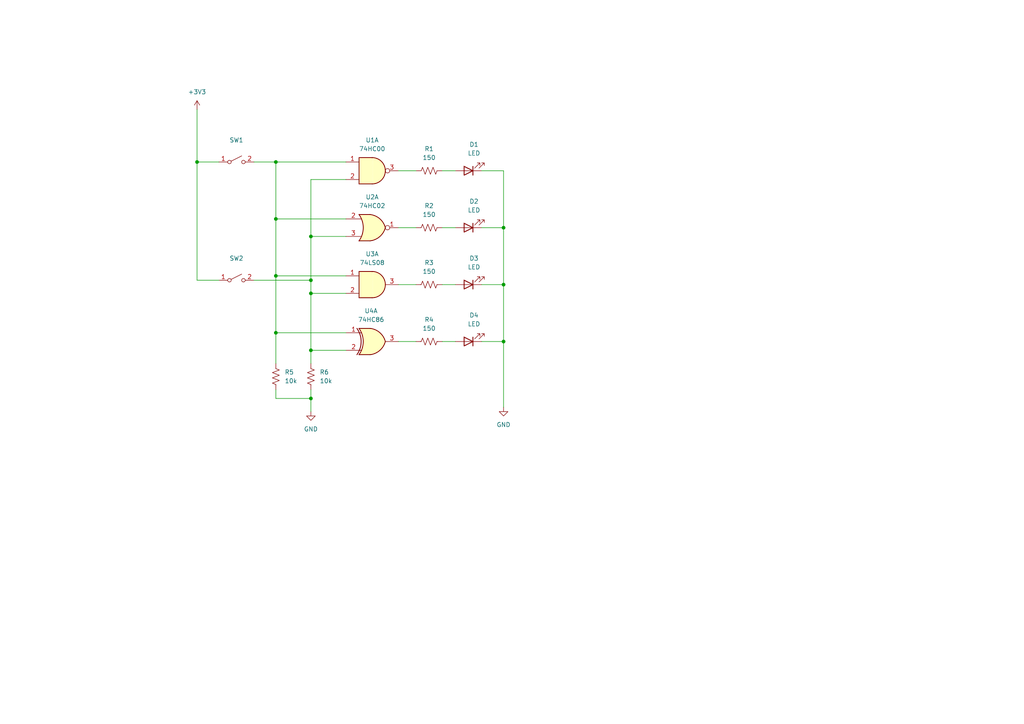
<source format=kicad_sch>
(kicad_sch (version 20211123) (generator eeschema)
  (paper "A4")
  (lib_symbols
    (symbol "74xx:74HC00" (pin_names (offset 1.016))
      (property "Reference" "U" (at 0 1.27 0))
      (property "Value" "74HC00" (at 0 -1.27 0))
      (symbol "74HC00_1_1"
        (arc (start 0 -3.81) (mid 3.81 0) (end 0 3.81) (stroke (width 0.254)) (fill (type background)))
        (polyline (pts (xy 0 3.81) (xy -3.81 3.81) (xy -3.81 -3.81) (xy 0 -3.81)) (stroke (width 0.254)) (fill (type background)))
        (pin input line (at -7.62 2.54 0) (length 3.81) (name "~") (number "1"))
        (pin input line (at -7.62 -2.54 0) (length 3.81) (name "~") (number "2"))
        (pin output inverted (at 7.62 0 180) (length 3.81) (name "~") (number "3"))
      )
      (symbol "74HC00_1_2"
        (arc (start -3.81 -3.81) (mid -2.589 0) (end -3.81 3.81) (stroke (width 0.254)))
        (arc (start -0.6096 -3.81) (mid 2.1855 -2.584) (end 3.81 0) (stroke (width 0.254)) (fill (type background)))
        (polyline (pts (xy -3.81 -3.81) (xy -0.635 -3.81)) (stroke (width 0.254)) (fill (type background)))
        (polyline (pts (xy -3.81 3.81) (xy -0.635 3.81)) (stroke (width 0.254)) (fill (type background)))
        (polyline (pts (xy -0.635 3.81) (xy -3.81 3.81) (xy -3.81 3.81) (xy -3.556 3.4036) (xy -3.0226 2.2606) (xy -2.6924 1.0414) (xy -2.6162 -0.254) (xy -2.7686 -1.4986) (xy -3.175 -2.7178) (xy -3.81 -3.81) (xy -3.81 -3.81) (xy -0.635 -3.81)) (stroke (width -25.4)) (fill (type background)))
        (arc (start 3.81 0) (mid 2.1928 2.5925) (end -0.6096 3.81) (stroke (width 0.254)) (fill (type background)))
        (pin input inverted (at -7.62 2.54 0) (length 4.318) (name "~") (number "1"))
        (pin input inverted (at -7.62 -2.54 0) (length 4.318) (name "~") (number "2"))
        (pin output line (at 7.62 0 180) (length 3.81) (name "~") (number "3"))
      )
      (symbol "74HC00_2_1"
        (arc (start 0 -3.81) (mid 3.81 0) (end 0 3.81) (stroke (width 0.254)) (fill (type background)))
        (polyline (pts (xy 0 3.81) (xy -3.81 3.81) (xy -3.81 -3.81) (xy 0 -3.81)) (stroke (width 0.254)) (fill (type background)))
        (pin input line (at -7.62 2.54 0) (length 3.81) (name "~") (number "4"))
        (pin input line (at -7.62 -2.54 0) (length 3.81) (name "~") (number "5"))
        (pin output inverted (at 7.62 0 180) (length 3.81) (name "~") (number "6"))
      )
      (symbol "74HC00_2_2"
        (arc (start -3.81 -3.81) (mid -2.589 0) (end -3.81 3.81) (stroke (width 0.254)))
        (arc (start -0.6096 -3.81) (mid 2.1855 -2.584) (end 3.81 0) (stroke (width 0.254)) (fill (type background)))
        (polyline (pts (xy -3.81 -3.81) (xy -0.635 -3.81)) (stroke (width 0.254)) (fill (type background)))
        (polyline (pts (xy -3.81 3.81) (xy -0.635 3.81)) (stroke (width 0.254)) (fill (type background)))
        (polyline (pts (xy -0.635 3.81) (xy -3.81 3.81) (xy -3.81 3.81) (xy -3.556 3.4036) (xy -3.0226 2.2606) (xy -2.6924 1.0414) (xy -2.6162 -0.254) (xy -2.7686 -1.4986) (xy -3.175 -2.7178) (xy -3.81 -3.81) (xy -3.81 -3.81) (xy -0.635 -3.81)) (stroke (width -25.4)) (fill (type background)))
        (arc (start 3.81 0) (mid 2.1928 2.5925) (end -0.6096 3.81) (stroke (width 0.254)) (fill (type background)))
        (pin input inverted (at -7.62 2.54 0) (length 4.318) (name "~") (number "4"))
        (pin input inverted (at -7.62 -2.54 0) (length 4.318) (name "~") (number "5"))
        (pin output line (at 7.62 0 180) (length 3.81) (name "~") (number "6"))
      )
      (symbol "74HC00_3_1"
        (arc (start 0 -3.81) (mid 3.81 0) (end 0 3.81) (stroke (width 0.254)) (fill (type background)))
        (polyline (pts (xy 0 3.81) (xy -3.81 3.81) (xy -3.81 -3.81) (xy 0 -3.81)) (stroke (width 0.254)) (fill (type background)))
        (pin input line (at -7.62 -2.54 0) (length 3.81) (name "~") (number "10"))
        (pin output inverted (at 7.62 0 180) (length 3.81) (name "~") (number "8"))
        (pin input line (at -7.62 2.54 0) (length 3.81) (name "~") (number "9"))
      )
      (symbol "74HC00_3_2"
        (arc (start -3.81 -3.81) (mid -2.589 0) (end -3.81 3.81) (stroke (width 0.254)))
        (arc (start -0.6096 -3.81) (mid 2.1855 -2.584) (end 3.81 0) (stroke (width 0.254)) (fill (type background)))
        (polyline (pts (xy -3.81 -3.81) (xy -0.635 -3.81)) (stroke (width 0.254)) (fill (type background)))
        (polyline (pts (xy -3.81 3.81) (xy -0.635 3.81)) (stroke (width 0.254)) (fill (type background)))
        (polyline (pts (xy -0.635 3.81) (xy -3.81 3.81) (xy -3.81 3.81) (xy -3.556 3.4036) (xy -3.0226 2.2606) (xy -2.6924 1.0414) (xy -2.6162 -0.254) (xy -2.7686 -1.4986) (xy -3.175 -2.7178) (xy -3.81 -3.81) (xy -3.81 -3.81) (xy -0.635 -3.81)) (stroke (width -25.4)) (fill (type background)))
        (arc (start 3.81 0) (mid 2.1928 2.5925) (end -0.6096 3.81) (stroke (width 0.254)) (fill (type background)))
        (pin input inverted (at -7.62 -2.54 0) (length 4.318) (name "~") (number "10"))
        (pin output line (at 7.62 0 180) (length 3.81) (name "~") (number "8"))
        (pin input inverted (at -7.62 2.54 0) (length 4.318) (name "~") (number "9"))
      )
      (symbol "74HC00_4_1"
        (arc (start 0 -3.81) (mid 3.81 0) (end 0 3.81) (stroke (width 0.254)) (fill (type background)))
        (polyline (pts (xy 0 3.81) (xy -3.81 3.81) (xy -3.81 -3.81) (xy 0 -3.81)) (stroke (width 0.254)) (fill (type background)))
        (pin output inverted (at 7.62 0 180) (length 3.81) (name "~") (number "11"))
        (pin input line (at -7.62 2.54 0) (length 3.81) (name "~") (number "12"))
        (pin input line (at -7.62 -2.54 0) (length 3.81) (name "~") (number "13"))
      )
      (symbol "74HC00_4_2"
        (arc (start -3.81 -3.81) (mid -2.589 0) (end -3.81 3.81) (stroke (width 0.254)))
        (arc (start -0.6096 -3.81) (mid 2.1855 -2.584) (end 3.81 0) (stroke (width 0.254)) (fill (type background)))
        (polyline (pts (xy -3.81 -3.81) (xy -0.635 -3.81)) (stroke (width 0.254)) (fill (type background)))
        (polyline (pts (xy -3.81 3.81) (xy -0.635 3.81)) (stroke (width 0.254)) (fill (type background)))
        (polyline (pts (xy -0.635 3.81) (xy -3.81 3.81) (xy -3.81 3.81) (xy -3.556 3.4036) (xy -3.0226 2.2606) (xy -2.6924 1.0414) (xy -2.6162 -0.254) (xy -2.7686 -1.4986) (xy -3.175 -2.7178) (xy -3.81 -3.81) (xy -3.81 -3.81) (xy -0.635 -3.81)) (stroke (width -25.4)) (fill (type background)))
        (arc (start 3.81 0) (mid 2.1928 2.5925) (end -0.6096 3.81) (stroke (width 0.254)) (fill (type background)))
        (pin output line (at 7.62 0 180) (length 3.81) (name "~") (number "11"))
        (pin input inverted (at -7.62 2.54 0) (length 4.318) (name "~") (number "12"))
        (pin input inverted (at -7.62 -2.54 0) (length 4.318) (name "~") (number "13"))
      )
      (symbol "74HC00_5_0"
        (pin power_in line (at 0 12.7 270) (length 5.08) (name "VCC") (number "14"))
        (pin power_in line (at 0 -12.7 90) (length 5.08) (name "GND") (number "7"))
      )
      (symbol "74HC00_5_1"
        (rectangle (start -5.08 7.62) (end 5.08 -7.62) (stroke (width 0.254)) (fill (type background)))
      )
    )
    (symbol "74xx:74HC02" (pin_names (offset 1.016))
      (property "Reference" "U" (at 0 1.27 0))
      (property "Value" "74HC02" (at 0 -1.27 0))
      (symbol "74HC02_1_1"
        (arc (start -3.81 -3.81) (mid -2.589 0) (end -3.81 3.81) (stroke (width 0.254)))
        (arc (start -0.6096 -3.81) (mid 2.1855 -2.584) (end 3.81 0) (stroke (width 0.254)) (fill (type background)))
        (polyline (pts (xy -3.81 -3.81) (xy -0.635 -3.81)) (stroke (width 0.254)) (fill (type background)))
        (polyline (pts (xy -3.81 3.81) (xy -0.635 3.81)) (stroke (width 0.254)) (fill (type background)))
        (polyline (pts (xy -0.635 3.81) (xy -3.81 3.81) (xy -3.81 3.81) (xy -3.556 3.4036) (xy -3.0226 2.2606) (xy -2.6924 1.0414) (xy -2.6162 -0.254) (xy -2.7686 -1.4986) (xy -3.175 -2.7178) (xy -3.81 -3.81) (xy -3.81 -3.81) (xy -0.635 -3.81)) (stroke (width -25.4)) (fill (type background)))
        (arc (start 3.81 0) (mid 2.1928 2.5925) (end -0.6096 3.81) (stroke (width 0.254)) (fill (type background)))
        (pin output inverted (at 7.62 0 180) (length 3.81) (name "~") (number "1"))
        (pin input line (at -7.62 2.54 0) (length 4.318) (name "~") (number "2"))
        (pin input line (at -7.62 -2.54 0) (length 4.318) (name "~") (number "3"))
      )
      (symbol "74HC02_1_2"
        (arc (start 0 -3.81) (mid 3.81 0) (end 0 3.81) (stroke (width 0.254)) (fill (type background)))
        (polyline (pts (xy 0 3.81) (xy -3.81 3.81) (xy -3.81 -3.81) (xy 0 -3.81)) (stroke (width 0.254)) (fill (type background)))
        (pin output line (at 7.62 0 180) (length 3.81) (name "~") (number "1"))
        (pin input inverted (at -7.62 2.54 0) (length 3.81) (name "~") (number "2"))
        (pin input inverted (at -7.62 -2.54 0) (length 3.81) (name "~") (number "3"))
      )
      (symbol "74HC02_2_1"
        (arc (start -3.81 -3.81) (mid -2.589 0) (end -3.81 3.81) (stroke (width 0.254)))
        (arc (start -0.6096 -3.81) (mid 2.1855 -2.584) (end 3.81 0) (stroke (width 0.254)) (fill (type background)))
        (polyline (pts (xy -3.81 -3.81) (xy -0.635 -3.81)) (stroke (width 0.254)) (fill (type background)))
        (polyline (pts (xy -3.81 3.81) (xy -0.635 3.81)) (stroke (width 0.254)) (fill (type background)))
        (polyline (pts (xy -0.635 3.81) (xy -3.81 3.81) (xy -3.81 3.81) (xy -3.556 3.4036) (xy -3.0226 2.2606) (xy -2.6924 1.0414) (xy -2.6162 -0.254) (xy -2.7686 -1.4986) (xy -3.175 -2.7178) (xy -3.81 -3.81) (xy -3.81 -3.81) (xy -0.635 -3.81)) (stroke (width -25.4)) (fill (type background)))
        (arc (start 3.81 0) (mid 2.1928 2.5925) (end -0.6096 3.81) (stroke (width 0.254)) (fill (type background)))
        (pin output inverted (at 7.62 0 180) (length 3.81) (name "~") (number "4"))
        (pin input line (at -7.62 2.54 0) (length 4.318) (name "~") (number "5"))
        (pin input line (at -7.62 -2.54 0) (length 4.318) (name "~") (number "6"))
      )
      (symbol "74HC02_2_2"
        (arc (start 0 -3.81) (mid 3.81 0) (end 0 3.81) (stroke (width 0.254)) (fill (type background)))
        (polyline (pts (xy 0 3.81) (xy -3.81 3.81) (xy -3.81 -3.81) (xy 0 -3.81)) (stroke (width 0.254)) (fill (type background)))
        (pin output line (at 7.62 0 180) (length 3.81) (name "~") (number "4"))
        (pin input inverted (at -7.62 2.54 0) (length 3.81) (name "~") (number "5"))
        (pin input inverted (at -7.62 -2.54 0) (length 3.81) (name "~") (number "6"))
      )
      (symbol "74HC02_3_1"
        (arc (start -3.81 -3.81) (mid -2.589 0) (end -3.81 3.81) (stroke (width 0.254)))
        (arc (start -0.6096 -3.81) (mid 2.1855 -2.584) (end 3.81 0) (stroke (width 0.254)) (fill (type background)))
        (polyline (pts (xy -3.81 -3.81) (xy -0.635 -3.81)) (stroke (width 0.254)) (fill (type background)))
        (polyline (pts (xy -3.81 3.81) (xy -0.635 3.81)) (stroke (width 0.254)) (fill (type background)))
        (polyline (pts (xy -0.635 3.81) (xy -3.81 3.81) (xy -3.81 3.81) (xy -3.556 3.4036) (xy -3.0226 2.2606) (xy -2.6924 1.0414) (xy -2.6162 -0.254) (xy -2.7686 -1.4986) (xy -3.175 -2.7178) (xy -3.81 -3.81) (xy -3.81 -3.81) (xy -0.635 -3.81)) (stroke (width -25.4)) (fill (type background)))
        (arc (start 3.81 0) (mid 2.1928 2.5925) (end -0.6096 3.81) (stroke (width 0.254)) (fill (type background)))
        (pin output inverted (at 7.62 0 180) (length 3.81) (name "~") (number "10"))
        (pin input line (at -7.62 2.54 0) (length 4.318) (name "~") (number "8"))
        (pin input line (at -7.62 -2.54 0) (length 4.318) (name "~") (number "9"))
      )
      (symbol "74HC02_3_2"
        (arc (start 0 -3.81) (mid 3.81 0) (end 0 3.81) (stroke (width 0.254)) (fill (type background)))
        (polyline (pts (xy 0 3.81) (xy -3.81 3.81) (xy -3.81 -3.81) (xy 0 -3.81)) (stroke (width 0.254)) (fill (type background)))
        (pin output line (at 7.62 0 180) (length 3.81) (name "~") (number "10"))
        (pin input inverted (at -7.62 2.54 0) (length 3.81) (name "~") (number "8"))
        (pin input inverted (at -7.62 -2.54 0) (length 3.81) (name "~") (number "9"))
      )
      (symbol "74HC02_4_1"
        (arc (start -3.81 -3.81) (mid -2.589 0) (end -3.81 3.81) (stroke (width 0.254)))
        (arc (start -0.6096 -3.81) (mid 2.1855 -2.584) (end 3.81 0) (stroke (width 0.254)) (fill (type background)))
        (polyline (pts (xy -3.81 -3.81) (xy -0.635 -3.81)) (stroke (width 0.254)) (fill (type background)))
        (polyline (pts (xy -3.81 3.81) (xy -0.635 3.81)) (stroke (width 0.254)) (fill (type background)))
        (polyline (pts (xy -0.635 3.81) (xy -3.81 3.81) (xy -3.81 3.81) (xy -3.556 3.4036) (xy -3.0226 2.2606) (xy -2.6924 1.0414) (xy -2.6162 -0.254) (xy -2.7686 -1.4986) (xy -3.175 -2.7178) (xy -3.81 -3.81) (xy -3.81 -3.81) (xy -0.635 -3.81)) (stroke (width -25.4)) (fill (type background)))
        (arc (start 3.81 0) (mid 2.1928 2.5925) (end -0.6096 3.81) (stroke (width 0.254)) (fill (type background)))
        (pin input line (at -7.62 2.54 0) (length 4.318) (name "~") (number "11"))
        (pin input line (at -7.62 -2.54 0) (length 4.318) (name "~") (number "12"))
        (pin output inverted (at 7.62 0 180) (length 3.81) (name "~") (number "13"))
      )
      (symbol "74HC02_4_2"
        (arc (start 0 -3.81) (mid 3.81 0) (end 0 3.81) (stroke (width 0.254)) (fill (type background)))
        (polyline (pts (xy 0 3.81) (xy -3.81 3.81) (xy -3.81 -3.81) (xy 0 -3.81)) (stroke (width 0.254)) (fill (type background)))
        (pin input inverted (at -7.62 2.54 0) (length 3.81) (name "~") (number "11"))
        (pin input inverted (at -7.62 -2.54 0) (length 3.81) (name "~") (number "12"))
        (pin output line (at 7.62 0 180) (length 3.81) (name "~") (number "13"))
      )
      (symbol "74HC02_5_0"
        (pin power_in line (at 0 12.7 270) (length 5.08) (name "VCC") (number "14"))
        (pin power_in line (at 0 -12.7 90) (length 5.08) (name "GND") (number "7"))
      )
      (symbol "74HC02_5_1"
        (rectangle (start -5.08 7.62) (end 5.08 -7.62) (stroke (width 0.254)) (fill (type background)))
      )
    )
    (symbol "74xx:74HC86" (pin_names (offset 1.016))
      (property "Reference" "U" (at 0 1.27 0))
      (property "Value" "74HC86" (at 0 -1.27 0))
      (symbol "74HC86_1_0"
        (arc (start -4.4196 -3.81) (mid -3.2033 0) (end -4.4196 3.81) (stroke (width 0.254)))
        (arc (start -3.81 -3.81) (mid -2.589 0) (end -3.81 3.81) (stroke (width 0.254)))
        (arc (start -0.6096 -3.81) (mid 2.1855 -2.584) (end 3.81 0) (stroke (width 0.254)) (fill (type background)))
        (polyline (pts (xy -3.81 -3.81) (xy -0.635 -3.81)) (stroke (width 0.254)) (fill (type background)))
        (polyline (pts (xy -3.81 3.81) (xy -0.635 3.81)) (stroke (width 0.254)) (fill (type background)))
        (polyline (pts (xy -0.635 3.81) (xy -3.81 3.81) (xy -3.81 3.81) (xy -3.556 3.4036) (xy -3.0226 2.2606) (xy -2.6924 1.0414) (xy -2.6162 -0.254) (xy -2.7686 -1.4986) (xy -3.175 -2.7178) (xy -3.81 -3.81) (xy -3.81 -3.81) (xy -0.635 -3.81)) (stroke (width -25.4)) (fill (type background)))
        (arc (start 3.81 0) (mid 2.1928 2.5925) (end -0.6096 3.81) (stroke (width 0.254)) (fill (type background)))
        (pin input line (at -7.62 2.54 0) (length 4.445) (name "~") (number "1"))
        (pin input line (at -7.62 -2.54 0) (length 4.445) (name "~") (number "2"))
        (pin output line (at 7.62 0 180) (length 3.81) (name "~") (number "3"))
      )
      (symbol "74HC86_1_1"
        (polyline (pts (xy -3.81 -2.54) (xy -3.175 -2.54)) (stroke (width 0.1524)))
        (polyline (pts (xy -3.81 2.54) (xy -3.175 2.54)) (stroke (width 0.1524)))
      )
      (symbol "74HC86_2_0"
        (arc (start -4.4196 -3.81) (mid -3.2033 0) (end -4.4196 3.81) (stroke (width 0.254)))
        (arc (start -3.81 -3.81) (mid -2.589 0) (end -3.81 3.81) (stroke (width 0.254)))
        (arc (start -0.6096 -3.81) (mid 2.1855 -2.584) (end 3.81 0) (stroke (width 0.254)) (fill (type background)))
        (polyline (pts (xy -3.81 -3.81) (xy -0.635 -3.81)) (stroke (width 0.254)) (fill (type background)))
        (polyline (pts (xy -3.81 3.81) (xy -0.635 3.81)) (stroke (width 0.254)) (fill (type background)))
        (polyline (pts (xy -0.635 3.81) (xy -3.81 3.81) (xy -3.81 3.81) (xy -3.556 3.4036) (xy -3.0226 2.2606) (xy -2.6924 1.0414) (xy -2.6162 -0.254) (xy -2.7686 -1.4986) (xy -3.175 -2.7178) (xy -3.81 -3.81) (xy -3.81 -3.81) (xy -0.635 -3.81)) (stroke (width -25.4)) (fill (type background)))
        (arc (start 3.81 0) (mid 2.1928 2.5925) (end -0.6096 3.81) (stroke (width 0.254)) (fill (type background)))
        (pin input line (at -7.62 2.54 0) (length 4.445) (name "~") (number "4"))
        (pin input line (at -7.62 -2.54 0) (length 4.445) (name "~") (number "5"))
        (pin output line (at 7.62 0 180) (length 3.81) (name "~") (number "6"))
      )
      (symbol "74HC86_2_1"
        (polyline (pts (xy -3.81 -2.54) (xy -3.175 -2.54)) (stroke (width 0.1524)))
        (polyline (pts (xy -3.81 2.54) (xy -3.175 2.54)) (stroke (width 0.1524)))
      )
      (symbol "74HC86_3_0"
        (arc (start -4.4196 -3.81) (mid -3.2033 0) (end -4.4196 3.81) (stroke (width 0.254)))
        (arc (start -3.81 -3.81) (mid -2.589 0) (end -3.81 3.81) (stroke (width 0.254)))
        (arc (start -0.6096 -3.81) (mid 2.1855 -2.584) (end 3.81 0) (stroke (width 0.254)) (fill (type background)))
        (polyline (pts (xy -3.81 -3.81) (xy -0.635 -3.81)) (stroke (width 0.254)) (fill (type background)))
        (polyline (pts (xy -3.81 3.81) (xy -0.635 3.81)) (stroke (width 0.254)) (fill (type background)))
        (polyline (pts (xy -0.635 3.81) (xy -3.81 3.81) (xy -3.81 3.81) (xy -3.556 3.4036) (xy -3.0226 2.2606) (xy -2.6924 1.0414) (xy -2.6162 -0.254) (xy -2.7686 -1.4986) (xy -3.175 -2.7178) (xy -3.81 -3.81) (xy -3.81 -3.81) (xy -0.635 -3.81)) (stroke (width -25.4)) (fill (type background)))
        (arc (start 3.81 0) (mid 2.1928 2.5925) (end -0.6096 3.81) (stroke (width 0.254)) (fill (type background)))
        (pin input line (at -7.62 -2.54 0) (length 4.445) (name "~") (number "10"))
        (pin output line (at 7.62 0 180) (length 3.81) (name "~") (number "8"))
        (pin input line (at -7.62 2.54 0) (length 4.445) (name "~") (number "9"))
      )
      (symbol "74HC86_3_1"
        (polyline (pts (xy -3.81 -2.54) (xy -3.175 -2.54)) (stroke (width 0.1524)))
        (polyline (pts (xy -3.81 2.54) (xy -3.175 2.54)) (stroke (width 0.1524)))
      )
      (symbol "74HC86_4_0"
        (arc (start -4.4196 -3.81) (mid -3.2033 0) (end -4.4196 3.81) (stroke (width 0.254)))
        (arc (start -3.81 -3.81) (mid -2.589 0) (end -3.81 3.81) (stroke (width 0.254)))
        (arc (start -0.6096 -3.81) (mid 2.1855 -2.584) (end 3.81 0) (stroke (width 0.254)) (fill (type background)))
        (polyline (pts (xy -3.81 -3.81) (xy -0.635 -3.81)) (stroke (width 0.254)) (fill (type background)))
        (polyline (pts (xy -3.81 3.81) (xy -0.635 3.81)) (stroke (width 0.254)) (fill (type background)))
        (polyline (pts (xy -0.635 3.81) (xy -3.81 3.81) (xy -3.81 3.81) (xy -3.556 3.4036) (xy -3.0226 2.2606) (xy -2.6924 1.0414) (xy -2.6162 -0.254) (xy -2.7686 -1.4986) (xy -3.175 -2.7178) (xy -3.81 -3.81) (xy -3.81 -3.81) (xy -0.635 -3.81)) (stroke (width -25.4)) (fill (type background)))
        (arc (start 3.81 0) (mid 2.1928 2.5925) (end -0.6096 3.81) (stroke (width 0.254)) (fill (type background)))
        (pin output line (at 7.62 0 180) (length 3.81) (name "~") (number "11"))
        (pin input line (at -7.62 2.54 0) (length 4.445) (name "~") (number "12"))
        (pin input line (at -7.62 -2.54 0) (length 4.445) (name "~") (number "13"))
      )
      (symbol "74HC86_4_1"
        (polyline (pts (xy -3.81 -2.54) (xy -3.175 -2.54)) (stroke (width 0.1524)))
        (polyline (pts (xy -3.81 2.54) (xy -3.175 2.54)) (stroke (width 0.1524)))
      )
      (symbol "74HC86_5_0"
        (pin power_in line (at 0 12.7 270) (length 5.08) (name "VCC") (number "14"))
        (pin power_in line (at 0 -12.7 90) (length 5.08) (name "GND") (number "7"))
      )
      (symbol "74HC86_5_1"
        (rectangle (start -5.08 7.62) (end 5.08 -7.62) (stroke (width 0.254)) (fill (type background)))
      )
    )
    (symbol "74xx:74LS08" (pin_names (offset 1.016))
      (property "Reference" "U" (at 0 1.27 0))
      (property "Value" "74LS08" (at 0 -1.27 0))
      (symbol "74LS08_1_1"
        (arc (start 0 -3.81) (mid 3.81 0) (end 0 3.81) (stroke (width 0.254)) (fill (type background)))
        (polyline (pts (xy 0 3.81) (xy -3.81 3.81) (xy -3.81 -3.81) (xy 0 -3.81)) (stroke (width 0.254)) (fill (type background)))
        (pin input line (at -7.62 2.54 0) (length 3.81) (name "~") (number "1"))
        (pin input line (at -7.62 -2.54 0) (length 3.81) (name "~") (number "2"))
        (pin output line (at 7.62 0 180) (length 3.81) (name "~") (number "3"))
      )
      (symbol "74LS08_1_2"
        (arc (start -3.81 -3.81) (mid -2.589 0) (end -3.81 3.81) (stroke (width 0.254)))
        (arc (start -0.6096 -3.81) (mid 2.1855 -2.584) (end 3.81 0) (stroke (width 0.254)) (fill (type background)))
        (polyline (pts (xy -3.81 -3.81) (xy -0.635 -3.81)) (stroke (width 0.254)) (fill (type background)))
        (polyline (pts (xy -3.81 3.81) (xy -0.635 3.81)) (stroke (width 0.254)) (fill (type background)))
        (polyline (pts (xy -0.635 3.81) (xy -3.81 3.81) (xy -3.81 3.81) (xy -3.556 3.4036) (xy -3.0226 2.2606) (xy -2.6924 1.0414) (xy -2.6162 -0.254) (xy -2.7686 -1.4986) (xy -3.175 -2.7178) (xy -3.81 -3.81) (xy -3.81 -3.81) (xy -0.635 -3.81)) (stroke (width -25.4)) (fill (type background)))
        (arc (start 3.81 0) (mid 2.1928 2.5925) (end -0.6096 3.81) (stroke (width 0.254)) (fill (type background)))
        (pin input inverted (at -7.62 2.54 0) (length 4.318) (name "~") (number "1"))
        (pin input inverted (at -7.62 -2.54 0) (length 4.318) (name "~") (number "2"))
        (pin output inverted (at 7.62 0 180) (length 3.81) (name "~") (number "3"))
      )
      (symbol "74LS08_2_1"
        (arc (start 0 -3.81) (mid 3.81 0) (end 0 3.81) (stroke (width 0.254)) (fill (type background)))
        (polyline (pts (xy 0 3.81) (xy -3.81 3.81) (xy -3.81 -3.81) (xy 0 -3.81)) (stroke (width 0.254)) (fill (type background)))
        (pin input line (at -7.62 2.54 0) (length 3.81) (name "~") (number "4"))
        (pin input line (at -7.62 -2.54 0) (length 3.81) (name "~") (number "5"))
        (pin output line (at 7.62 0 180) (length 3.81) (name "~") (number "6"))
      )
      (symbol "74LS08_2_2"
        (arc (start -3.81 -3.81) (mid -2.589 0) (end -3.81 3.81) (stroke (width 0.254)))
        (arc (start -0.6096 -3.81) (mid 2.1855 -2.584) (end 3.81 0) (stroke (width 0.254)) (fill (type background)))
        (polyline (pts (xy -3.81 -3.81) (xy -0.635 -3.81)) (stroke (width 0.254)) (fill (type background)))
        (polyline (pts (xy -3.81 3.81) (xy -0.635 3.81)) (stroke (width 0.254)) (fill (type background)))
        (polyline (pts (xy -0.635 3.81) (xy -3.81 3.81) (xy -3.81 3.81) (xy -3.556 3.4036) (xy -3.0226 2.2606) (xy -2.6924 1.0414) (xy -2.6162 -0.254) (xy -2.7686 -1.4986) (xy -3.175 -2.7178) (xy -3.81 -3.81) (xy -3.81 -3.81) (xy -0.635 -3.81)) (stroke (width -25.4)) (fill (type background)))
        (arc (start 3.81 0) (mid 2.1928 2.5925) (end -0.6096 3.81) (stroke (width 0.254)) (fill (type background)))
        (pin input inverted (at -7.62 2.54 0) (length 4.318) (name "~") (number "4"))
        (pin input inverted (at -7.62 -2.54 0) (length 4.318) (name "~") (number "5"))
        (pin output inverted (at 7.62 0 180) (length 3.81) (name "~") (number "6"))
      )
      (symbol "74LS08_3_1"
        (arc (start 0 -3.81) (mid 3.81 0) (end 0 3.81) (stroke (width 0.254)) (fill (type background)))
        (polyline (pts (xy 0 3.81) (xy -3.81 3.81) (xy -3.81 -3.81) (xy 0 -3.81)) (stroke (width 0.254)) (fill (type background)))
        (pin input line (at -7.62 -2.54 0) (length 3.81) (name "~") (number "10"))
        (pin output line (at 7.62 0 180) (length 3.81) (name "~") (number "8"))
        (pin input line (at -7.62 2.54 0) (length 3.81) (name "~") (number "9"))
      )
      (symbol "74LS08_3_2"
        (arc (start -3.81 -3.81) (mid -2.589 0) (end -3.81 3.81) (stroke (width 0.254)))
        (arc (start -0.6096 -3.81) (mid 2.1855 -2.584) (end 3.81 0) (stroke (width 0.254)) (fill (type background)))
        (polyline (pts (xy -3.81 -3.81) (xy -0.635 -3.81)) (stroke (width 0.254)) (fill (type background)))
        (polyline (pts (xy -3.81 3.81) (xy -0.635 3.81)) (stroke (width 0.254)) (fill (type background)))
        (polyline (pts (xy -0.635 3.81) (xy -3.81 3.81) (xy -3.81 3.81) (xy -3.556 3.4036) (xy -3.0226 2.2606) (xy -2.6924 1.0414) (xy -2.6162 -0.254) (xy -2.7686 -1.4986) (xy -3.175 -2.7178) (xy -3.81 -3.81) (xy -3.81 -3.81) (xy -0.635 -3.81)) (stroke (width -25.4)) (fill (type background)))
        (arc (start 3.81 0) (mid 2.1928 2.5925) (end -0.6096 3.81) (stroke (width 0.254)) (fill (type background)))
        (pin input inverted (at -7.62 -2.54 0) (length 4.318) (name "~") (number "10"))
        (pin output inverted (at 7.62 0 180) (length 3.81) (name "~") (number "8"))
        (pin input inverted (at -7.62 2.54 0) (length 4.318) (name "~") (number "9"))
      )
      (symbol "74LS08_4_1"
        (arc (start 0 -3.81) (mid 3.81 0) (end 0 3.81) (stroke (width 0.254)) (fill (type background)))
        (polyline (pts (xy 0 3.81) (xy -3.81 3.81) (xy -3.81 -3.81) (xy 0 -3.81)) (stroke (width 0.254)) (fill (type background)))
        (pin output line (at 7.62 0 180) (length 3.81) (name "~") (number "11"))
        (pin input line (at -7.62 2.54 0) (length 3.81) (name "~") (number "12"))
        (pin input line (at -7.62 -2.54 0) (length 3.81) (name "~") (number "13"))
      )
      (symbol "74LS08_4_2"
        (arc (start -3.81 -3.81) (mid -2.589 0) (end -3.81 3.81) (stroke (width 0.254)))
        (arc (start -0.6096 -3.81) (mid 2.1855 -2.584) (end 3.81 0) (stroke (width 0.254)) (fill (type background)))
        (polyline (pts (xy -3.81 -3.81) (xy -0.635 -3.81)) (stroke (width 0.254)) (fill (type background)))
        (polyline (pts (xy -3.81 3.81) (xy -0.635 3.81)) (stroke (width 0.254)) (fill (type background)))
        (polyline (pts (xy -0.635 3.81) (xy -3.81 3.81) (xy -3.81 3.81) (xy -3.556 3.4036) (xy -3.0226 2.2606) (xy -2.6924 1.0414) (xy -2.6162 -0.254) (xy -2.7686 -1.4986) (xy -3.175 -2.7178) (xy -3.81 -3.81) (xy -3.81 -3.81) (xy -0.635 -3.81)) (stroke (width -25.4)) (fill (type background)))
        (arc (start 3.81 0) (mid 2.1928 2.5925) (end -0.6096 3.81) (stroke (width 0.254)) (fill (type background)))
        (pin output inverted (at 7.62 0 180) (length 3.81) (name "~") (number "11"))
        (pin input inverted (at -7.62 2.54 0) (length 4.318) (name "~") (number "12"))
        (pin input inverted (at -7.62 -2.54 0) (length 4.318) (name "~") (number "13"))
      )
      (symbol "74LS08_5_0"
        (pin power_in line (at 0 12.7 270) (length 5.08) (name "VCC") (number "14"))
        (pin power_in line (at 0 -12.7 90) (length 5.08) (name "GND") (number "7"))
      )
      (symbol "74LS08_5_1"
        (rectangle (start -5.08 7.62) (end 5.08 -7.62) (stroke (width 0.254)) (fill (type background)))
      )
    )
    (symbol "Device:LED" (pin_numbers hide) (pin_names (offset 1.016) hide)
      (property "Reference" "D" (at 0 2.54 0))
      (property "Value" "LED" (at 0 -2.54 0))
      (symbol "LED_0_1"
        (polyline (pts (xy -1.27 -1.27) (xy -1.27 1.27)) (stroke (width 0.254)))
        (polyline (pts (xy -1.27 0) (xy 1.27 0)))
        (polyline (pts (xy 1.27 -1.27) (xy 1.27 1.27) (xy -1.27 0) (xy 1.27 -1.27)) (stroke (width 0.254)))
        (polyline (pts (xy -3.048 -0.762) (xy -4.572 -2.286) (xy -3.81 -2.286) (xy -4.572 -2.286) (xy -4.572 -1.524)))
        (polyline (pts (xy -1.778 -0.762) (xy -3.302 -2.286) (xy -2.54 -2.286) (xy -3.302 -2.286) (xy -3.302 -1.524)))
      )
      (symbol "LED_1_1"
        (pin passive line (at -3.81 0 0) (length 2.54) (name "K") (number "1"))
        (pin passive line (at 3.81 0 180) (length 2.54) (name "A") (number "2"))
      )
    )
    (symbol "Device:R_US" (pin_numbers hide) (pin_names (offset 0))
      (property "Reference" "R" (at 2.54 0 90))
      (property "Value" "R_US" (at -2.54 0 90))
      (symbol "R_US_0_1"
        (polyline (pts (xy 0 -2.286) (xy 0 -2.54)))
        (polyline (pts (xy 0 2.286) (xy 0 2.54)))
        (polyline (pts (xy 0 -0.762) (xy 1.016 -1.143) (xy 0 -1.524) (xy -1.016 -1.905) (xy 0 -2.286)))
        (polyline (pts (xy 0 0.762) (xy 1.016 0.381) (xy 0 0) (xy -1.016 -0.381) (xy 0 -0.762)))
        (polyline (pts (xy 0 2.286) (xy 1.016 1.905) (xy 0 1.524) (xy -1.016 1.143) (xy 0 0.762)))
      )
      (symbol "R_US_1_1"
        (pin passive line (at 0 3.81 270) (length 1.27) (name "~") (number "1"))
        (pin passive line (at 0 -3.81 90) (length 1.27) (name "~") (number "2"))
      )
    )
    (symbol "Switch:SW_SPST" (pin_names (offset 0) hide)
      (property "Reference" "SW" (at 0 3.175 0))
      (property "Value" "SW_SPST" (at 0 -2.54 0))
      (symbol "SW_SPST_0_0"
        (circle (center -2.032 0) (radius 0.508))
        (polyline (pts (xy -1.524 0.254) (xy 1.524 1.778)))
        (circle (center 2.032 0) (radius 0.508))
      )
      (symbol "SW_SPST_1_1"
        (pin passive line (at -5.08 0 0) (length 2.54) (name "A") (number "1"))
        (pin passive line (at 5.08 0 180) (length 2.54) (name "B") (number "2"))
      )
    )
    (symbol "power:+3.3V" (power) (pin_names (offset 0))
      (property "Value" "+3.3V" (at 0 3.556 0))
      (symbol "+3.3V_0_1"
        (polyline (pts (xy -0.762 1.27) (xy 0 2.54)))
        (polyline (pts (xy 0 0) (xy 0 2.54)))
        (polyline (pts (xy 0 2.54) (xy 0.762 1.27)))
      )
      (symbol "+3.3V_1_1"
        (pin power_in line (at 0 0 90) (length 0) hide (name "+3V3") (number "1"))
      )
    )
    (symbol "power:GND" (power) (pin_names (offset 0))
      (property "Value" "GND" (at 0 -3.81 0))
      (symbol "GND_0_1"
        (polyline (pts (xy 0 0) (xy 0 -1.27) (xy 1.27 -1.27) (xy 0 -2.54) (xy -1.27 -1.27) (xy 0 -1.27)))
      )
      (symbol "GND_1_1"
        (pin power_in line (at 0 0 270) (length 0) hide (name "GND") (number "1"))
      )
    )
  )
  (junction (at 80.01 80.01))
  (junction (at 90.17 115.57))
  (junction (at 57.15 46.99))
  (junction (at 146.05 82.55))
  (junction (at 146.05 99.06))
  (junction (at 80.01 46.99))
  (junction (at 146.05 66.04))
  (junction (at 80.01 63.5))
  (junction (at 90.17 85.09))
  (junction (at 90.17 81.28))
  (junction (at 90.17 101.6))
  (junction (at 80.01 96.52))
  (junction (at 90.17 68.58))
  (wire (pts (xy 128.27 66.04) (xy 132.08 66.04)))
  (wire (pts (xy 90.17 113.03) (xy 90.17 115.57)))
  (wire (pts (xy 100.33 85.09) (xy 90.17 85.09)))
  (wire (pts (xy 90.17 68.58) (xy 90.17 81.28)))
  (wire (pts (xy 146.05 82.55) (xy 146.05 99.06)))
  (wire (pts (xy 100.33 80.01) (xy 80.01 80.01)))
  (wire (pts (xy 90.17 101.6) (xy 100.33 101.6)))
  (wire (pts (xy 128.27 49.53) (xy 132.08 49.53)))
  (wire (pts (xy 128.27 99.06) (xy 132.08 99.06)))
  (wire (pts (xy 139.7 66.04) (xy 146.05 66.04)))
  (wire (pts (xy 80.01 80.01) (xy 80.01 96.52)))
  (wire (pts (xy 139.7 49.53) (xy 146.05 49.53)))
  (wire (pts (xy 80.01 46.99) (xy 73.66 46.99)))
  (wire (pts (xy 80.01 115.57) (xy 90.17 115.57)))
  (wire (pts (xy 90.17 115.57) (xy 90.17 119.38)))
  (wire (pts (xy 90.17 81.28) (xy 73.66 81.28)))
  (wire (pts (xy 57.15 46.99) (xy 63.5 46.99)))
  (wire (pts (xy 90.17 85.09) (xy 90.17 101.6)))
  (wire (pts (xy 139.7 82.55) (xy 146.05 82.55)))
  (wire (pts (xy 146.05 99.06) (xy 146.05 118.11)))
  (wire (pts (xy 90.17 81.28) (xy 90.17 85.09)))
  (wire (pts (xy 115.57 82.55) (xy 120.65 82.55)))
  (wire (pts (xy 80.01 105.41) (xy 80.01 96.52)))
  (wire (pts (xy 90.17 68.58) (xy 100.33 68.58)))
  (wire (pts (xy 57.15 46.99) (xy 57.15 81.28)))
  (wire (pts (xy 80.01 46.99) (xy 80.01 63.5)))
  (wire (pts (xy 80.01 46.99) (xy 100.33 46.99)))
  (wire (pts (xy 139.7 99.06) (xy 146.05 99.06)))
  (wire (pts (xy 115.57 66.04) (xy 120.65 66.04)))
  (wire (pts (xy 57.15 31.75) (xy 57.15 46.99)))
  (wire (pts (xy 146.05 49.53) (xy 146.05 66.04)))
  (wire (pts (xy 90.17 101.6) (xy 90.17 105.41)))
  (wire (pts (xy 146.05 66.04) (xy 146.05 82.55)))
  (wire (pts (xy 80.01 63.5) (xy 80.01 80.01)))
  (wire (pts (xy 128.27 82.55) (xy 132.08 82.55)))
  (wire (pts (xy 80.01 96.52) (xy 100.33 96.52)))
  (wire (pts (xy 90.17 52.07) (xy 90.17 68.58)))
  (wire (pts (xy 115.57 49.53) (xy 120.65 49.53)))
  (wire (pts (xy 100.33 52.07) (xy 90.17 52.07)))
  (wire (pts (xy 115.57 99.06) (xy 120.65 99.06)))
  (wire (pts (xy 80.01 63.5) (xy 100.33 63.5)))
  (wire (pts (xy 57.15 81.28) (xy 63.5 81.28)))
  (wire (pts (xy 80.01 113.03) (xy 80.01 115.57)))
  (symbol (lib_id "Device:R_US") (at 80.01 109.22 180) (unit 1)
    (property "Reference" "R5" (at 82.55 107.9499 0) (effects (justify right)))
    (property "Value" "10k" (at 82.55 110.4899 0) (effects (justify right)))
  )
  (symbol (lib_id "Switch:SW_SPST") (at 68.58 81.28 0) (unit 1)
    (property "Reference" "SW2" (at 68.58 74.93 0))
    (property "Value" " " (at 68.58 77.47 0))
  )
  (symbol (lib_id "74xx:74HC86") (at 107.95 99.06 0) (unit 1)
    (property "Reference" "U4" (at 107.6452 90.17 0))
    (property "Value" "74HC86" (at 107.6452 92.71 0))
    (property "Datasheet" "http://www.ti.com/lit/gpn/sn74HC86" (effects hide))
  )
  (symbol (lib_id "Device:LED") (at 135.89 99.06 180) (unit 1)
    (property "Reference" "D4" (at 137.4775 91.44 0))
    (property "Value" "LED" (at 137.4775 93.98 0))
  )
  (symbol (lib_id "Switch:SW_SPST") (at 68.58 46.99 0) (unit 1)
    (property "Reference" "SW1" (at 68.58 40.64 0))
    (property "Value" " " (at 68.58 43.18 0))
  )
  (symbol (lib_id "74xx:74LS08") (at 107.95 82.55 0) (unit 1)
    (property "Reference" "U3" (at 107.95 73.66 0))
    (property "Value" "74LS08" (at 107.95 76.2 0))
    (property "Datasheet" "http://www.ti.com/lit/gpn/sn74LS08" (effects hide))
  )
  (symbol (lib_id "Device:R_US") (at 124.46 99.06 90) (unit 1)
    (property "Reference" "R4" (at 124.46 92.71 90))
    (property "Value" "150" (at 124.46 95.25 90))
  )
  (symbol (lib_id "power:GND") (at 90.17 119.38 0) (unit 1)
    (property "Reference" "#PWR?" (effects hide))
    (property "Value" "GND" (at 90.17 124.46 0))
  )
  (symbol (lib_id "74xx:74HC02") (at 107.95 66.04 0) (unit 1)
    (property "Reference" "U2" (at 107.95 57.15 0))
    (property "Value" "74HC02" (at 107.95 59.69 0))
    (property "Datasheet" "http://www.ti.com/lit/gpn/sn74hc02" (effects hide))
  )
  (symbol (lib_id "74xx:74HC00") (at 107.95 49.53 0) (unit 1)
    (property "Reference" "U1" (at 107.95 40.64 0))
    (property "Value" "74HC00" (at 107.95 43.18 0))
    (property "Datasheet" "http://www.ti.com/lit/gpn/sn74hc00" (effects hide))
  )
  (symbol (lib_id "Device:LED") (at 135.89 82.55 180) (unit 1)
    (property "Reference" "D3" (at 137.4775 74.93 0))
    (property "Value" "LED" (at 137.4775 77.47 0))
  )
  (symbol (lib_id "Device:R_US") (at 90.17 109.22 180) (unit 1)
    (property "Reference" "R6" (at 92.71 107.9499 0) (effects (justify right)))
    (property "Value" "10k" (at 92.71 110.4899 0) (effects (justify right)))
  )
  (symbol (lib_id "Device:R_US") (at 124.46 82.55 90) (unit 1)
    (property "Reference" "R3" (at 124.46 76.2 90))
    (property "Value" "150" (at 124.46 78.74 90))
  )
  (symbol (lib_id "Device:LED") (at 135.89 49.53 180) (unit 1)
    (property "Reference" "D1" (at 137.4775 41.91 0))
    (property "Value" "LED" (at 137.4775 44.45 0))
  )
  (symbol (lib_id "power:GND") (at 146.05 118.11 0) (unit 1)
    (property "Reference" "#PWR?" (effects hide))
    (property "Value" "GND" (at 146.05 123.19 0))
  )
  (symbol (lib_id "power:+3.3V") (at 57.15 31.75 0) (unit 1)
    (property "Reference" "#PWR?" (effects hide))
    (property "Value" "+3.3V" (at 57.15 26.67 0))
  )
  (symbol (lib_id "Device:R_US") (at 124.46 66.04 90) (unit 1)
    (property "Reference" "R2" (at 124.46 59.69 90))
    (property "Value" "150" (at 124.46 62.23 90))
  )
  (symbol (lib_id "Device:R_US") (at 124.46 49.53 90) (unit 1)
    (property "Reference" "R1" (at 124.46 43.18 90))
    (property "Value" "150" (at 124.46 45.72 90))
  )
  (symbol (lib_id "Device:LED") (at 135.89 66.04 180) (unit 1)
    (property "Reference" "D2" (at 137.4775 58.42 0))
    (property "Value" "LED" (at 137.4775 60.96 0))
  )
)
</source>
